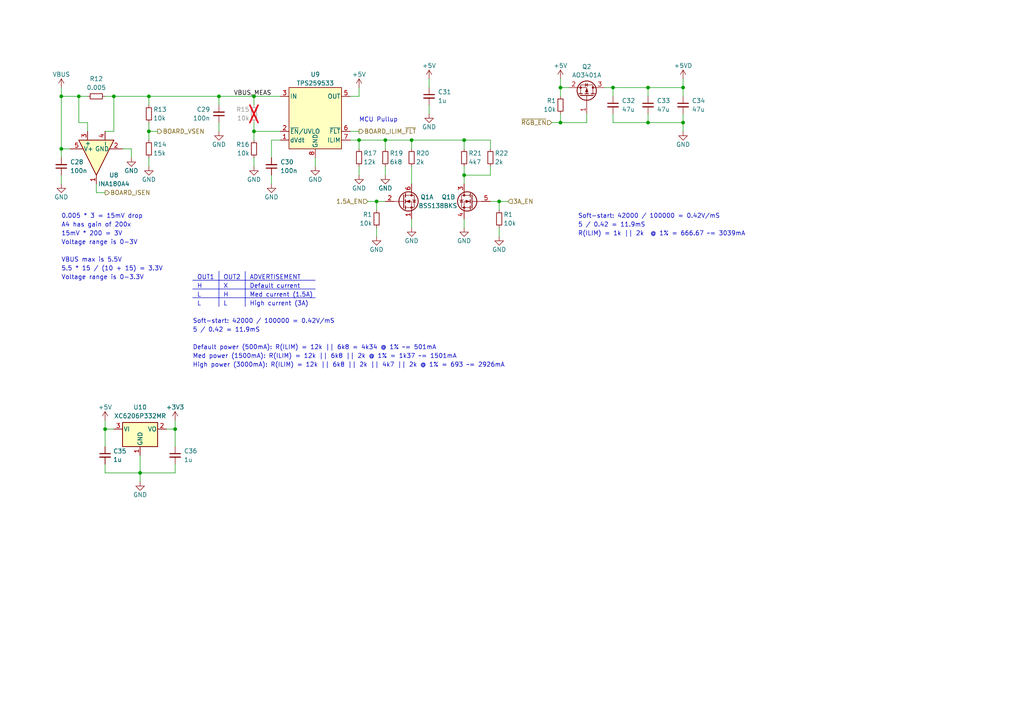
<source format=kicad_sch>
(kicad_sch (version 20230121) (generator eeschema)
  (paper "A4")
  (title_block (title "Cantaloupe split ergonomic keyboard") (date "2023-08-08") (rev "V3.0") (company "Created by Ariamelon (https://github.com/Ariamelon/Cantaloupe/)") (comment 1 "All capacitors 50V unless otherwise specified.") (comment 2 "Licensed under CC BY 4.0."))
  (lib_symbols
    (symbol "+5V_1" (power) (pin_names (offset 0))
      (property "Value" "+5V_1" (at 0 3.556 0))
      (symbol "+5V_1_0_1"
        (polyline (pts (xy -0.762 1.27) (xy 0 2.54)))
        (polyline (pts (xy 0 0) (xy 0 2.54)))
        (polyline (pts (xy 0 2.54) (xy 0.762 1.27)))
      )
      (symbol "+5V_1_1_1"
        (pin power_in line (at 0 0 90) (length 0) hide (name "+5V") (number "1"))
      )
    )
    (symbol "Amplifier_Current:INA180A4" (pin_names (offset 0.127))
      (property "Reference" "U" (at 3.81 3.81 0))
      (property "Value" "INA180A4" (at 3.81 -2.54 0))
      (symbol "INA180A4_0_1"
        (polyline (pts (xy 5.08 0) (xy -5.08 5.08) (xy -5.08 -5.08) (xy 5.08 0)) (stroke (width 0.254)) (fill (type background)))
      )
      (symbol "INA180A4_1_1"
        (pin output line (at 7.62 0 180) (length 2.54) (name "~") (number "1"))
        (pin power_in line (at -2.54 -7.62 90) (length 3.81) (name "GND") (number "2"))
        (pin input line (at -7.62 2.54 0) (length 2.54) (name "+") (number "3"))
        (pin input line (at -7.62 -2.54 0) (length 2.54) (name "-") (number "4"))
        (pin power_in line (at -2.54 7.62 270) (length 3.81) (name "V+") (number "5"))
      )
    )
    (symbol "Device:C_Small" (pin_numbers hide) (pin_names (offset 0.254) hide)
      (property "Reference" "C" (at 0.254 1.778 0))
      (property "Value" "C_Small" (at 0.254 -2.032 0))
      (symbol "C_Small_0_1"
        (polyline (pts (xy -1.524 -0.508) (xy 1.524 -0.508)) (stroke (width 0.3302)))
        (polyline (pts (xy -1.524 0.508) (xy 1.524 0.508)) (stroke (width 0.3048)))
      )
      (symbol "C_Small_1_1"
        (pin passive line (at 0 2.54 270) (length 2.032) (name "~") (number "1"))
        (pin passive line (at 0 -2.54 90) (length 2.032) (name "~") (number "2"))
      )
    )
    (symbol "Device:Q_Dual_NMOS_S1G1D2S2G2D1" (pin_names (offset 0) hide)
      (property "Reference" "Q" (at 6.35 1.27 0))
      (property "Value" "Q_Dual_NMOS_S1G1D2S2G2D1" (at 19.05 -1.27 0))
      (symbol "Q_Dual_NMOS_S1G1D2S2G2D1_0_1"
        (polyline (pts (xy 0.254 0) (xy -2.54 0)))
        (polyline (pts (xy 0.254 1.905) (xy 0.254 -1.905)) (stroke (width 0.254)))
        (polyline (pts (xy 0.762 -1.27) (xy 0.762 -2.286)) (stroke (width 0.254)))
        (polyline (pts (xy 0.762 0.508) (xy 0.762 -0.508)) (stroke (width 0.254)))
        (polyline (pts (xy 0.762 2.286) (xy 0.762 1.27)) (stroke (width 0.254)))
        (polyline (pts (xy 2.54 2.54) (xy 2.54 1.778)))
        (polyline (pts (xy 2.54 -2.54) (xy 2.54 0) (xy 0.762 0)))
        (polyline (pts (xy 0.762 -1.778) (xy 3.302 -1.778) (xy 3.302 1.778) (xy 0.762 1.778)))
        (polyline (pts (xy 1.016 0) (xy 2.032 0.381) (xy 2.032 -0.381) (xy 1.016 0)) (fill (type outline)))
        (polyline (pts (xy 2.794 0.508) (xy 2.921 0.381) (xy 3.683 0.381) (xy 3.81 0.254)))
        (polyline (pts (xy 3.302 0.381) (xy 2.921 -0.254) (xy 3.683 -0.254) (xy 3.302 0.381)))
        (circle (center 1.651 0) (radius 2.794) (stroke (width 0.254)))
        (circle (center 2.54 -1.778) (radius 0.254) (fill (type outline)))
        (circle (center 2.54 1.778) (radius 0.254) (fill (type outline)))
      )
      (symbol "Q_Dual_NMOS_S1G1D2S2G2D1_1_1"
        (pin passive line (at 2.54 -5.08 90) (length 2.54) (name "S") (number "1"))
        (pin input line (at -5.08 0 0) (length 2.54) (name "G") (number "2"))
        (pin passive line (at 2.54 5.08 270) (length 2.54) (name "D") (number "6"))
      )
      (symbol "Q_Dual_NMOS_S1G1D2S2G2D1_2_1"
        (pin passive line (at 2.54 5.08 270) (length 2.54) (name "D") (number "3"))
        (pin passive line (at 2.54 -5.08 90) (length 2.54) (name "S") (number "4"))
        (pin input line (at -5.08 0 0) (length 2.54) (name "G") (number "5"))
      )
    )
    (symbol "Device:R_Small" (pin_numbers hide) (pin_names (offset 0.254) hide)
      (property "Reference" "R" (at 0.762 0.508 0))
      (property "Value" "R_Small" (at 0.762 -1.016 0))
      (symbol "R_Small_0_1"
        (rectangle (start -0.762 1.778) (end 0.762 -1.778) (stroke (width 0.2032)))
      )
      (symbol "R_Small_1_1"
        (pin passive line (at 0 2.54 270) (length 0.762) (name "~") (number "1"))
        (pin passive line (at 0 -2.54 90) (length 0.762) (name "~") (number "2"))
      )
    )
    (symbol "Honeydew:TPS259533" (pin_names (offset 0.254))
      (property "Reference" "U12" (at 0 14.1224 0))
      (property "Value" "TPS259533" (at 0 11.43 0))
      (symbol "TPS259533_1_1"
        (rectangle (start -7.62 10.16) (end 7.62 -7.62) (stroke (width 0.2032)) (fill (type background)))
        (pin input line (at -10.16 -5.08 0) (length 2.54) (name "dVdt") (number "1"))
        (pin input line (at -10.16 -2.54 0) (length 2.54) (name "~{EN}/UVLO") (number "2"))
        (pin power_in line (at -10.16 7.62 0) (length 2.54) (name "IN") (number "3"))
        (pin passive line (at -10.16 7.62 0) (length 2.54) hide (name "IN") (number "4"))
        (pin power_out line (at 10.16 7.62 180) (length 2.54) (name "OUT") (number "5"))
        (pin open_collector line (at 10.16 -2.54 180) (length 2.54) (name "~{FLT}") (number "6"))
        (pin input line (at 10.16 -5.08 180) (length 2.54) (name "ILIM") (number "7"))
        (pin power_in line (at 0 -10.16 90) (length 2.54) (name "GND") (number "8"))
        (pin power_in line (at 0 -10.16 90) (length 2.54) hide (name "GND") (number "9"))
      )
    )
    (symbol "Regulator_Linear:XC6206PxxxMR" (pin_names (offset 0.254))
      (property "Reference" "U" (at -3.81 3.175 0))
      (property "Value" "XC6206PxxxMR" (at 0 3.175 0))
      (symbol "XC6206PxxxMR_0_1"
        (rectangle (start -5.08 1.905) (end 5.08 -5.08) (stroke (width 0.254)) (fill (type background)))
      )
      (symbol "XC6206PxxxMR_1_1"
        (pin power_in line (at 0 -7.62 90) (length 2.54) (name "GND") (number "1"))
        (pin power_out line (at 7.62 0 180) (length 2.54) (name "VO") (number "2"))
        (pin power_in line (at -7.62 0 0) (length 2.54) (name "VI") (number "3"))
      )
    )
    (symbol "Transistor_FET:AO3401A" (pin_names hide)
      (property "Reference" "Q" (at 5.08 1.905 0))
      (property "Value" "AO3401A" (at 5.08 0 0))
      (symbol "AO3401A_0_1"
        (polyline (pts (xy 0.254 0) (xy -2.54 0)))
        (polyline (pts (xy 0.254 1.905) (xy 0.254 -1.905)) (stroke (width 0.254)))
        (polyline (pts (xy 0.762 -1.27) (xy 0.762 -2.286)) (stroke (width 0.254)))
        (polyline (pts (xy 0.762 0.508) (xy 0.762 -0.508)) (stroke (width 0.254)))
        (polyline (pts (xy 0.762 2.286) (xy 0.762 1.27)) (stroke (width 0.254)))
        (polyline (pts (xy 2.54 2.54) (xy 2.54 1.778)))
        (polyline (pts (xy 2.54 -2.54) (xy 2.54 0) (xy 0.762 0)))
        (polyline (pts (xy 0.762 1.778) (xy 3.302 1.778) (xy 3.302 -1.778) (xy 0.762 -1.778)))
        (polyline (pts (xy 2.286 0) (xy 1.27 0.381) (xy 1.27 -0.381) (xy 2.286 0)) (fill (type outline)))
        (polyline (pts (xy 2.794 -0.508) (xy 2.921 -0.381) (xy 3.683 -0.381) (xy 3.81 -0.254)))
        (polyline (pts (xy 3.302 -0.381) (xy 2.921 0.254) (xy 3.683 0.254) (xy 3.302 -0.381)))
        (circle (center 1.651 0) (radius 2.794) (stroke (width 0.254)))
        (circle (center 2.54 -1.778) (radius 0.254) (fill (type outline)))
        (circle (center 2.54 1.778) (radius 0.254) (fill (type outline)))
      )
      (symbol "AO3401A_1_1"
        (pin input line (at -5.08 0 0) (length 2.54) (name "G") (number "1"))
        (pin passive line (at 2.54 -5.08 90) (length 2.54) (name "S") (number "2"))
        (pin passive line (at 2.54 5.08 270) (length 2.54) (name "D") (number "3"))
      )
    )
    (symbol "power:+3V3" (power) (pin_names (offset 0))
      (property "Value" "+3V3" (at 0 3.556 0))
      (symbol "+3V3_0_1"
        (polyline (pts (xy -0.762 1.27) (xy 0 2.54)))
        (polyline (pts (xy 0 0) (xy 0 2.54)))
        (polyline (pts (xy 0 2.54) (xy 0.762 1.27)))
      )
      (symbol "+3V3_1_1"
        (pin power_in line (at 0 0 90) (length 0) hide (name "+3V3") (number "1"))
      )
    )
    (symbol "power:+5VD" (power) (pin_names (offset 0))
      (property "Value" "+5VD" (at 0 3.556 0))
      (symbol "+5VD_0_1"
        (polyline (pts (xy -0.762 1.27) (xy 0 2.54)))
        (polyline (pts (xy 0 0) (xy 0 2.54)))
        (polyline (pts (xy 0 2.54) (xy 0.762 1.27)))
      )
      (symbol "+5VD_1_1"
        (pin power_in line (at 0 0 90) (length 0) hide (name "+5VD") (number "1"))
      )
    )
    (symbol "power:GND" (power) (pin_names (offset 0))
      (property "Value" "GND" (at 0 -3.81 0))
      (symbol "GND_0_1"
        (polyline (pts (xy 0 0) (xy 0 -1.27) (xy 1.27 -1.27) (xy 0 -2.54) (xy -1.27 -1.27) (xy 0 -1.27)))
      )
      (symbol "GND_1_1"
        (pin power_in line (at 0 0 270) (length 0) hide (name "GND") (number "1"))
      )
    )
    (symbol "power:VBUS" (power) (pin_names (offset 0))
      (property "Value" "VBUS" (at 0 3.81 0))
      (symbol "VBUS_0_1"
        (polyline (pts (xy -0.762 1.27) (xy 0 2.54)))
        (polyline (pts (xy 0 0) (xy 0 2.54)))
        (polyline (pts (xy 0 2.54) (xy 0.762 1.27)))
      )
      (symbol "VBUS_1_1"
        (pin power_in line (at 0 0 90) (length 0) hide (name "VBUS") (number "1"))
      )
    )
  )
  (junction (at 40.64 137.16))
  (junction (at 111.76 40.64))
  (junction (at 162.56 35.56))
  (junction (at 33.02 27.94))
  (junction (at 144.78 58.42))
  (junction (at 109.22 58.42))
  (junction (at 198.12 25.4))
  (junction (at 17.78 27.94))
  (junction (at 134.62 50.8))
  (junction (at 104.14 40.64))
  (junction (at 30.48 124.46))
  (junction (at 43.18 27.94))
  (junction (at 22.86 27.94))
  (junction (at 187.96 25.4))
  (junction (at 134.62 40.64))
  (junction (at 162.56 25.4))
  (junction (at 119.38 40.64))
  (junction (at 73.66 38.1))
  (junction (at 43.18 38.1))
  (junction (at 17.78 43.18))
  (junction (at 73.66 27.94))
  (junction (at 50.8 124.46))
  (junction (at 198.12 35.56))
  (junction (at 177.8 25.4))
  (junction (at 63.5 27.94))
  (junction (at 187.96 35.56))
  (wire (pts (xy 109.22 58.42) (xy 109.22 60.96)))
  (wire (pts (xy 134.62 50.8) (xy 134.62 53.34)))
  (wire (pts (xy 73.66 35.56) (xy 73.66 38.1)))
  (wire (pts (xy 73.66 27.94) (xy 81.28 27.94)))
  (wire (pts (xy 142.24 40.64) (xy 142.24 43.18)))
  (wire (pts (xy 119.38 40.64) (xy 134.62 40.64)))
  (wire (pts (xy 119.38 63.5) (xy 119.38 66.04)))
  (wire (pts (xy 134.62 40.64) (xy 134.62 43.18)))
  (wire (pts (xy 198.12 35.56) (xy 187.96 35.56)))
  (wire (pts (xy 48.26 124.46) (xy 50.8 124.46)))
  (wire (pts (xy 101.6 40.64) (xy 104.14 40.64)))
  (wire (pts (xy 43.18 45.72) (xy 43.18 48.26)))
  (wire (pts (xy 104.14 25.4) (xy 104.14 27.94)))
  (wire (pts (xy 17.78 27.94) (xy 17.78 43.18)))
  (wire (pts (xy 33.02 27.94) (xy 43.18 27.94)))
  (polyline (pts (xy 55.88 81.28) (xy 91.44 81.28)))
  (wire (pts (xy 162.56 25.4) (xy 165.1 25.4)))
  (wire (pts (xy 73.66 45.72) (xy 73.66 48.26)))
  (wire (pts (xy 104.14 40.64) (xy 111.76 40.64)))
  (wire (pts (xy 30.48 134.62) (xy 30.48 137.16)))
  (wire (pts (xy 134.62 48.26) (xy 134.62 50.8)))
  (wire (pts (xy 177.8 25.4) (xy 177.8 27.94)))
  (wire (pts (xy 134.62 40.64) (xy 142.24 40.64)))
  (wire (pts (xy 63.5 35.56) (xy 63.5 38.1)))
  (wire (pts (xy 111.76 58.42) (xy 109.22 58.42)))
  (wire (pts (xy 109.22 58.42) (xy 106.68 58.42)))
  (wire (pts (xy 35.56 43.18) (xy 38.1 43.18)))
  (wire (pts (xy 40.64 137.16) (xy 40.64 132.08)))
  (wire (pts (xy 104.14 48.26) (xy 104.14 50.8)))
  (wire (pts (xy 177.8 35.56) (xy 187.96 35.56)))
  (wire (pts (xy 162.56 33.02) (xy 162.56 35.56)))
  (wire (pts (xy 187.96 25.4) (xy 187.96 27.94)))
  (wire (pts (xy 43.18 27.94) (xy 43.18 30.48)))
  (wire (pts (xy 17.78 25.4) (xy 17.78 27.94)))
  (wire (pts (xy 144.78 58.42) (xy 142.24 58.42)))
  (wire (pts (xy 177.8 33.02) (xy 177.8 35.56)))
  (wire (pts (xy 162.56 35.56) (xy 170.18 35.56)))
  (wire (pts (xy 50.8 124.46) (xy 50.8 129.54)))
  (wire (pts (xy 73.66 38.1) (xy 73.66 40.64)))
  (wire (pts (xy 104.14 27.94) (xy 101.6 27.94)))
  (wire (pts (xy 73.66 27.94) (xy 73.66 30.48)))
  (wire (pts (xy 177.8 25.4) (xy 187.96 25.4)))
  (wire (pts (xy 198.12 35.56) (xy 198.12 38.1)))
  (wire (pts (xy 30.48 124.46) (xy 33.02 124.46)))
  (polyline (pts (xy 63.5 78.74) (xy 63.5 78.74)))
  (wire (pts (xy 30.48 137.16) (xy 40.64 137.16)))
  (wire (pts (xy 134.62 63.5) (xy 134.62 66.04)))
  (wire (pts (xy 109.22 66.04) (xy 109.22 68.58)))
  (wire (pts (xy 104.14 40.64) (xy 104.14 43.18)))
  (wire (pts (xy 27.94 55.88) (xy 30.48 55.88)))
  (wire (pts (xy 33.02 38.1) (xy 30.48 38.1)))
  (wire (pts (xy 170.18 33.02) (xy 170.18 35.56)))
  (wire (pts (xy 134.62 50.8) (xy 142.24 50.8)))
  (wire (pts (xy 33.02 27.94) (xy 33.02 38.1)))
  (wire (pts (xy 43.18 27.94) (xy 63.5 27.94)))
  (wire (pts (xy 73.66 38.1) (xy 81.28 38.1)))
  (wire (pts (xy 40.64 137.16) (xy 50.8 137.16)))
  (wire (pts (xy 160.02 35.56) (xy 162.56 35.56)))
  (wire (pts (xy 22.86 27.94) (xy 25.4 27.94)))
  (wire (pts (xy 63.5 27.94) (xy 73.66 27.94)))
  (wire (pts (xy 111.76 43.18) (xy 111.76 40.64)))
  (wire (pts (xy 22.86 27.94) (xy 22.86 35.56)))
  (wire (pts (xy 111.76 48.26) (xy 111.76 50.8)))
  (wire (pts (xy 43.18 38.1) (xy 45.72 38.1)))
  (wire (pts (xy 144.78 58.42) (xy 144.78 60.96)))
  (wire (pts (xy 22.86 35.56) (xy 25.4 35.56)))
  (wire (pts (xy 78.74 40.64) (xy 81.28 40.64)))
  (wire (pts (xy 187.96 33.02) (xy 187.96 35.56)))
  (polyline (pts (xy 55.88 83.82) (xy 91.44 83.82)))
  (wire (pts (xy 43.18 35.56) (xy 43.18 38.1)))
  (wire (pts (xy 27.94 55.88) (xy 27.94 53.34)))
  (wire (pts (xy 43.18 38.1) (xy 43.18 40.64)))
  (polyline (pts (xy 55.88 86.36) (xy 91.44 86.36)))
  (wire (pts (xy 124.46 22.86) (xy 124.46 25.4)))
  (wire (pts (xy 63.5 27.94) (xy 63.5 30.48)))
  (wire (pts (xy 40.64 137.16) (xy 40.64 139.7)))
  (wire (pts (xy 17.78 43.18) (xy 17.78 45.72)))
  (wire (pts (xy 30.48 27.94) (xy 33.02 27.94)))
  (wire (pts (xy 119.38 40.64) (xy 119.38 43.18)))
  (wire (pts (xy 17.78 43.18) (xy 20.32 43.18)))
  (polyline (pts (xy 71.12 78.74) (xy 71.12 88.9)))
  (wire (pts (xy 38.1 43.18) (xy 38.1 45.72)))
  (wire (pts (xy 124.46 30.48) (xy 124.46 33.02)))
  (wire (pts (xy 78.74 50.8) (xy 78.74 53.34)))
  (wire (pts (xy 198.12 33.02) (xy 198.12 35.56)))
  (wire (pts (xy 101.6 38.1) (xy 104.14 38.1)))
  (wire (pts (xy 50.8 134.62) (xy 50.8 137.16)))
  (wire (pts (xy 175.26 25.4) (xy 177.8 25.4)))
  (wire (pts (xy 119.38 48.26) (xy 119.38 53.34)))
  (wire (pts (xy 162.56 22.86) (xy 162.56 25.4)))
  (wire (pts (xy 198.12 22.86) (xy 198.12 25.4)))
  (wire (pts (xy 198.12 25.4) (xy 198.12 27.94)))
  (wire (pts (xy 78.74 45.72) (xy 78.74 40.64)))
  (wire (pts (xy 17.78 27.94) (xy 22.86 27.94)))
  (wire (pts (xy 17.78 50.8) (xy 17.78 53.34)))
  (wire (pts (xy 50.8 121.92) (xy 50.8 124.46)))
  (wire (pts (xy 198.12 25.4) (xy 187.96 25.4)))
  (wire (pts (xy 147.32 58.42) (xy 144.78 58.42)))
  (wire (pts (xy 91.44 48.26) (xy 91.44 45.72)))
  (wire (pts (xy 25.4 35.56) (xy 25.4 38.1)))
  (wire (pts (xy 111.76 40.64) (xy 119.38 40.64)))
  (wire (pts (xy 30.48 121.92) (xy 30.48 124.46)))
  (wire (pts (xy 144.78 66.04) (xy 144.78 68.58)))
  (wire (pts (xy 30.48 124.46) (xy 30.48 129.54)))
  (polyline (pts (xy 63.5 78.74) (xy 63.5 88.9)))
  (wire (pts (xy 142.24 48.26) (xy 142.24 50.8)))
  (wire (pts (xy 162.56 25.4) (xy 162.56 27.94)))
  (text "R(ILIM) = 1k || 2k  @ 1% = 666.67 ~= 3039mA" (at 167.64 68.58 0) (effects (font (size 1.27 1.27)) (justify left bottom)))
  (text "VBUS max is 5.5V" (at 17.78 76.2 0) (effects (font (size 1.27 1.27)) (justify left bottom)))
  (text "Soft-start: 42000 / 100000 = 0.42V/mS" (at 167.64 63.5 0) (effects (font (size 1.27 1.27)) (justify left bottom)))
  (text "H" (at 64.77 86.36 0) (effects (font (size 1.27 1.27)) (justify left bottom)))
  (text "MCU Pullup" (at 104.14 35.56 0) (effects (font (size 1.27 1.27)) (justify left bottom)))
  (text "Default current" (at 72.39 83.82 0) (effects (font (size 1.27 1.27)) (justify left bottom)))
  (text "ADVERTISEMENT" (at 72.39 81.28 0) (effects (font (size 1.27 1.27)) (justify left bottom)))
  (text "Voltage range is 0-3.3V" (at 17.78 81.28 0) (effects (font (size 1.27 1.27)) (justify left bottom)))
  (text "Med current (1.5A)" (at 72.39 86.36 0) (effects (font (size 1.27 1.27)) (justify left bottom)))
  (text "5 / 0.42 = 11.9mS" (at 167.64 66.04 0) (effects (font (size 1.27 1.27)) (justify left bottom)))
  (text "Med power (1500mA): R(ILIM) = 12k || 6k8 || 2k @ 1% = 1k37 ~= 1501mA" (at 55.88 104.14 0) (effects (font (size 1.27 1.27)) (justify left bottom)))
  (text "L" (at 64.77 88.9 0) (effects (font (size 1.27 1.27)) (justify left bottom)))
  (text "A4 has gain of 200x" (at 17.78 66.04 0) (effects (font (size 1.27 1.27)) (justify left bottom)))
  (text "Voltage range is 0-3V" (at 17.78 71.12 0) (effects (font (size 1.27 1.27)) (justify left bottom)))
  (text "OUT2" (at 64.77 81.28 0) (effects (font (size 1.27 1.27)) (justify left bottom)))
  (text "Default power (500mA): R(ILIM) = 12k || 6k8 = 4k34 @ 1% ~= 501mA" (at 55.88 101.6 0) (effects (font (size 1.27 1.27)) (justify left bottom)))
  (text "H" (at 57.15 83.82 0) (effects (font (size 1.27 1.27)) (justify left bottom)))
  (text "L" (at 57.15 88.9 0) (effects (font (size 1.27 1.27)) (justify left bottom)))
  (text "0.005 * 3 = 15mV drop" (at 17.78 63.5 0) (effects (font (size 1.27 1.27)) (justify left bottom)))
  (text "X" (at 64.77 83.82 0) (effects (font (size 1.27 1.27)) (justify left bottom)))
  (text "OUT1" (at 57.15 81.28 0) (effects (font (size 1.27 1.27)) (justify left bottom)))
  (text "High power (3000mA): R(ILIM) = 12k || 6k8 || 2k || 4k7 || 2k @ 1% = 693 ~= 2926mA" (at 55.88 106.68 0) (effects (font (size 1.27 1.27)) (justify left bottom)))
  (text "5 / 0.42 = 11.9mS" (at 55.88 96.52 0) (effects (font (size 1.27 1.27)) (justify left bottom)))
  (text "15mV * 200 = 3V" (at 17.78 68.58 0) (effects (font (size 1.27 1.27)) (justify left bottom)))
  (text "L" (at 57.15 86.36 0) (effects (font (size 1.27 1.27)) (justify left bottom)))
  (text "High current (3A)" (at 72.39 88.9 0) (effects (font (size 1.27 1.27)) (justify left bottom)))
  (text "Soft-start: 42000 / 100000 = 0.42V/mS" (at 55.88 93.98 0) (effects (font (size 1.27 1.27)) (justify left bottom)))
  (text "5.5 * 15 / (10 + 15) = 3.3V" (at 17.78 78.74 0) (effects (font (size 1.27 1.27)) (justify left bottom)))
  (label "VBUS_MEAS" (at 78.74 27.94 180))
  (hierarchical_label "BOARD_ILIM_~{FLT}" (shape output) (at 104.14 38.1 0))
  (hierarchical_label "BOARD_VSEN" (shape output) (at 45.72 38.1 0))
  (hierarchical_label "BOARD_ISEN" (shape output) (at 30.48 55.88 0))
  (hierarchical_label "3A_EN" (shape input) (at 147.32 58.42 0))
  (hierarchical_label "1.5A_EN" (shape input) (at 106.68 58.42 180))
  (hierarchical_label "~{RGB_EN}" (shape input) (at 160.02 35.56 180))
  (symbol (lib_id "Device:Q_Dual_NMOS_S1G1D2S2G2D1") (at 137.16 58.42 0) (mirror y) (unit 2)
    (property "Reference" "Q1" (at 132.08 57.15 0) (effects (justify left)))
    (property "Value" "BSS138BKS" (at 127 59.69 0))
    (property "Footprint" "Cantaloupe:SOT-363_SC-70-6" (effects hide))
    (property "Description" "Dual NMOS" (effects hide))
    (property "LCSC" "C456075" (effects hide))
  )
  (symbol (lib_id "Device:C_Small") (at 30.48 132.08 0) (unit 1)
    (property "Reference" "C35" (at 32.8041 130.8742 0) (effects (justify left)))
    (property "Value" "1u" (at 32.8041 133.2984 0) (effects (justify left)))
    (property "Footprint" "Capacitor_SMD:C_0402_1005Metric" (effects hide))
    (property "Description" "0402 capacitor" (effects hide))
    (property "LCSC" "C52923" (effects hide))
    (property "Voltage" "25V" (effects hide))
  )
  (symbol (lib_id "power:GND") (at 78.74 53.34 0) (unit 1)
    (property "Reference" "#PWR03" (effects hide))
    (property "Value" "GND" (at 78.74 57.15 0))
    (instances (project "Cantaloupe" (path "" (reference "#PWR03") (unit 1)) (path "" (reference "#PWR073") (unit 1))))
  )
  (symbol (lib_id "power:GND") (at 111.76 50.8 0) (unit 1)
    (property "Reference" "#PWR03" (effects hide))
    (property "Value" "GND" (at 111.76 54.61 0))
    (instances (project "Cantaloupe" (path "" (reference "#PWR03") (unit 1)) (path "" (reference "#PWR048") (unit 1))))
  )
  (symbol (lib_id "power:GND") (at 134.62 66.04 0) (unit 1)
    (property "Reference" "#PWR03" (effects hide))
    (property "Value" "GND" (at 134.62 69.85 0))
    (instances (project "Cantaloupe" (path "" (reference "#PWR03") (unit 1)) (path "" (reference "#PWR032") (unit 1))))
  )
  (symbol (lib_id "Honeydew:TPS259533") (at 91.44 35.56 0) (unit 1)
    (property "Reference" "U9" (at 91.44 21.59 0))
    (property "Value" "TPS259533" (at 91.44 24.13 0))
    (property "Footprint" "Cantaloupe:WSON-8-1EP_2x2mm_P0.5mm_EP0.9x1.6mm" (effects hide))
    (property "Description" "E-fuse" (effects hide))
    (property "LCSC" "C2155777" (effects hide))
  )
  (symbol (lib_id "Device:C_Small") (at 177.8 30.48 0) (unit 1)
    (property "Reference" "C32" (at 180.34 29.21 0) (effects (justify left)))
    (property "Value" "47u" (at 180.34 31.75 0) (effects (justify left)))
    (property "Footprint" "Capacitor_SMD:C_1206_3216Metric" (effects hide))
    (property "Description" "1206 capacitor" (effects hide))
    (property "LCSC" "C96123" (effects hide))
    (property "Voltage" "10V" (effects hide))
  )
  (symbol (lib_id "power:+3V3") (at 50.8 121.92 0) (unit 1)
    (property "Reference" "#PWR0105" (effects hide))
    (property "Value" "+3V3" (at 50.8 118.11 0))
    (instances (project "Cantaloupe" (path "" (reference "#PWR0105") (unit 1)) (path "" (reference "#PWR028") (unit 1))))
  )
  (symbol (lib_id "Device:R_Small") (at 109.22 63.5 180) (unit 1)
    (property "Reference" "R1" (at 107.95 62.23 0) (effects (justify left)))
    (property "Value" "10k" (at 107.95 64.77 0) (effects (justify left)))
    (property "Footprint" "Resistor_SMD:R_0402_1005Metric" (effects hide))
    (property "Description" "0402 resistor" (effects hide))
    (property "LCSC" "C25744" (effects hide))
    (instances (project "Cantaloupe" (path "" (reference "R1") (unit 1)) (path "" (reference "R18") (unit 1))))
  )
  (symbol (lib_id "power:GND") (at 17.78 53.34 0) (mirror y) (unit 1)
    (property "Reference" "#PWR03" (effects hide))
    (property "Value" "GND" (at 17.78 57.15 0))
    (instances (project "Cantaloupe" (path "" (reference "#PWR03") (unit 1)) (path "" (reference "#PWR0106") (unit 1))))
  )
  (symbol (lib_id "power:GND") (at 124.46 33.02 0) (mirror y) (unit 1)
    (property "Reference" "#PWR03" (effects hide))
    (property "Value" "GND" (at 124.46 36.83 0))
    (instances (project "Cantaloupe" (path "" (reference "#PWR03") (unit 1)) (path "" (reference "#PWR0100") (unit 1))))
  )
  (symbol (lib_id "power:GND") (at 91.44 48.26 0) (unit 1)
    (property "Reference" "#PWR03" (effects hide))
    (property "Value" "GND" (at 91.44 52.07 0))
    (instances (project "Cantaloupe" (path "" (reference "#PWR03") (unit 1)) (path "" (reference "#PWR042") (unit 1))))
  )
  (symbol (lib_id "power:GND") (at 109.22 68.58 0) (mirror y) (unit 1)
    (property "Reference" "#PWR03" (effects hide))
    (property "Value" "GND" (at 109.22 72.39 0))
    (instances (project "Cantaloupe" (path "" (reference "#PWR03") (unit 1)) (path "" (reference "#PWR084") (unit 1))))
  )
  (symbol (lib_name "+5V_1") (lib_id "power:+5V") (at 162.56 22.86 0) (unit 1)
    (property "Reference" "#PWR0101" (effects hide))
    (property "Value" "+5V" (at 162.56 19.05 0))
  )
  (symbol (lib_id "power:VBUS") (at 17.78 25.4 0) (unit 1)
    (property "Reference" "#PWR033" (effects hide))
    (property "Value" "VBUS" (at 17.78 21.59 0))
  )
  (symbol (lib_id "Device:R_Small") (at 104.14 45.72 0) (mirror y) (unit 1)
    (property "Reference" "R17" (at 105.41 44.45 0) (effects (justify right)))
    (property "Value" "12k" (at 105.41 46.99 0) (effects (justify right)))
    (property "Footprint" "Resistor_SMD:R_0402_1005Metric" (effects hide))
    (property "Description" "0402 resistor" (effects hide))
    (property "LCSC" "C25752" (effects hide))
  )
  (symbol (lib_id "Regulator_Linear:XC6206PxxxMR") (at 40.64 124.46 0) (unit 1)
    (property "Reference" "U10" (at 40.64 118.11 0))
    (property "Value" "XC6206P332MR" (at 40.64 120.65 0))
    (property "Footprint" "Cantaloupe:SOT-23-3" (effects hide))
    (property "Datasheet" "https://www.torexsemi.com/file/xc6206/XC6206.pdf" (effects hide))
    (property "LCSC" "C5446" (effects hide))
  )
  (symbol (lib_id "Device:C_Small") (at 78.74 48.26 180) (unit 1)
    (property "Reference" "C30" (at 81.28 46.99 0) (effects (justify right)))
    (property "Value" "100n" (at 81.28 49.53 0) (effects (justify right)))
    (property "Footprint" "Capacitor_SMD:C_0402_1005Metric" (effects hide))
    (property "Description" "0402 capacitor" (effects hide))
    (property "LCSC" "C307331" (effects hide))
    (property "Voltage" "50V" (effects hide))
  )
  (symbol (lib_id "Device:R_Small") (at 43.18 43.18 0) (unit 1)
    (property "Reference" "R14" (at 44.45 41.91 0) (effects (justify left)))
    (property "Value" "15k" (at 44.45 44.45 0) (effects (justify left)))
    (property "Footprint" "Resistor_SMD:R_0402_1005Metric" (effects hide))
    (property "Description" "0402 resistor" (effects hide))
    (property "LCSC" "C25756" (effects hide))
  )
  (symbol (lib_id "Device:R_Small") (at 27.94 27.94 270) (unit 1)
    (property "Reference" "R12" (at 27.94 22.86 90))
    (property "Value" "0.005" (at 27.94 25.4 90))
    (property "Footprint" "Resistor_SMD:R_0805_2012Metric" (effects hide))
    (property "Description" "0805 resistor" (effects hide))
    (property "LCSC" "C2939747" (effects hide))
  )
  (symbol (lib_id "Amplifier_Current:INA180A4") (at 27.94 45.72 90) (mirror x) (unit 1)
    (property "Reference" "U8" (at 33.02 50.8 90))
    (property "Value" "INA180A4" (at 33.02 53.34 90))
    (property "Footprint" "Package_TO_SOT_SMD:SOT-23-5" (effects hide))
    (property "Datasheet" "http://www.ti.com/lit/ds/symlink/ina180.pdf" (effects hide))
    (property "LCSC" "C188337" (effects hide))
  )
  (symbol (lib_id "Device:R_Small") (at 73.66 43.18 0) (unit 1)
    (property "Reference" "R16" (at 72.39 41.91 0) (effects (justify right)))
    (property "Value" "10k" (at 72.39 44.45 0) (effects (justify right)))
    (property "Footprint" "Resistor_SMD:R_0402_1005Metric" (effects hide))
    (property "Description" "0402 resistor" (effects hide))
    (property "LCSC" "C25744" (effects hide))
  )
  (symbol (lib_id "Device:R_Small") (at 119.38 45.72 0) (mirror y) (unit 1)
    (property "Reference" "R20" (at 120.65 44.45 0) (effects (justify right)))
    (property "Value" "2k" (at 120.65 46.99 0) (effects (justify right)))
    (property "Footprint" "Resistor_SMD:R_0402_1005Metric" (effects hide))
    (property "Description" "0402 resistor" (effects hide))
    (property "LCSC" "C4109" (effects hide))
  )
  (symbol (lib_id "Transistor_FET:AO3401A") (at 170.18 27.94 270) (mirror x) (unit 1)
    (property "Reference" "Q2" (at 170.18 19.3507 90))
    (property "Value" "AO3401A" (at 170.18 21.7749 90))
    (property "Footprint" "Cantaloupe:SOT-23-3" (effects hide))
    (property "Datasheet" "http://www.aosmd.com/pdfs/datasheet/AO3401A.pdf" (effects hide))
    (property "Description" "PMOS" (effects hide))
    (property "LCSC" "C15127" (effects hide))
  )
  (symbol (lib_name "+5V_1") (lib_id "power:+5V") (at 30.48 121.92 0) (unit 1)
    (property "Reference" "#PWR09" (effects hide))
    (property "Value" "+5V" (at 30.48 118.11 0))
  )
  (symbol (lib_id "Device:C_Small") (at 17.78 48.26 180) (unit 1)
    (property "Reference" "C28" (at 20.32 46.99 0) (effects (justify right)))
    (property "Value" "100n" (at 20.32 49.53 0) (effects (justify right)))
    (property "Footprint" "Capacitor_SMD:C_0402_1005Metric" (effects hide))
    (property "Description" "0402 capacitor" (effects hide))
    (property "LCSC" "C307331" (effects hide))
    (property "Voltage" "50V" (effects hide))
  )
  (symbol (lib_id "power:GND") (at 73.66 48.26 0) (unit 1)
    (property "Reference" "#PWR03" (effects hide))
    (property "Value" "GND" (at 73.66 52.07 0))
    (instances (project "Cantaloupe" (path "" (reference "#PWR03") (unit 1)) (path "" (reference "#PWR040") (unit 1))))
  )
  (symbol (lib_id "power:GND") (at 104.14 50.8 0) (unit 1)
    (property "Reference" "#PWR03" (effects hide))
    (property "Value" "GND" (at 104.14 54.61 0))
    (instances (project "Cantaloupe" (path "" (reference "#PWR03") (unit 1)) (path "" (reference "#PWR0111") (unit 1))))
  )
  (symbol (lib_id "power:GND") (at 38.1 45.72 0) (mirror y) (unit 1)
    (property "Reference" "#PWR03" (effects hide))
    (property "Value" "GND" (at 38.1 49.53 0))
    (instances (project "Cantaloupe" (path "" (reference "#PWR03") (unit 1)) (path "" (reference "#PWR099") (unit 1))))
  )
  (symbol (lib_id "Device:C_Small") (at 124.46 27.94 0) (mirror y) (unit 1)
    (property "Reference" "C31" (at 127 26.6762 0) (effects (justify right)))
    (property "Value" "1u" (at 127 29.2162 0) (effects (justify right)))
    (property "Footprint" "Capacitor_SMD:C_0402_1005Metric" (effects hide))
    (property "Description" "0402 capacitor" (effects hide))
    (property "LCSC" "C52923" (effects hide))
    (property "Voltage" "25V" (effects hide))
  )
  (symbol (lib_id "power:GND") (at 198.12 38.1 0) (mirror y) (unit 1)
    (property "Reference" "#PWR03" (effects hide))
    (property "Value" "GND" (at 198.12 41.91 0))
    (instances (project "Cantaloupe" (path "" (reference "#PWR03") (unit 1)) (path "" (reference "#PWR0112") (unit 1))))
  )
  (symbol (lib_id "Device:R_Small") (at 111.76 45.72 0) (mirror y) (unit 1)
    (property "Reference" "R19" (at 113.03 44.45 0) (effects (justify right)))
    (property "Value" "6k8" (at 113.03 46.99 0) (effects (justify right)))
    (property "Footprint" "Resistor_SMD:R_0402_1005Metric" (effects hide))
    (property "Description" "0402 resistor" (effects hide))
    (property "LCSC" "C25917" (effects hide))
  )
  (symbol (lib_id "Device:R_Small") (at 162.56 30.48 180) (unit 1)
    (property "Reference" "R1" (at 161.29 29.21 0) (effects (justify left)))
    (property "Value" "10k" (at 161.29 31.75 0) (effects (justify left)))
    (property "Footprint" "Resistor_SMD:R_0402_1005Metric" (effects hide))
    (property "Description" "0402 resistor" (effects hide))
    (property "LCSC" "C25744" (effects hide))
    (instances (project "Cantaloupe" (path "" (reference "R1") (unit 1)) (path "" (reference "R24") (unit 1))))
  )
  (symbol (lib_name "+5V_1") (lib_id "power:+5V") (at 104.14 25.4 0) (unit 1)
    (property "Reference" "#PWR058" (effects hide))
    (property "Value" "+5V" (at 104.14 21.59 0))
  )
  (symbol (lib_id "Device:C_Small") (at 63.5 33.02 0) (mirror x) (unit 1)
    (property "Reference" "C29" (at 60.96 31.75 0) (effects (justify right)))
    (property "Value" "100n" (at 60.96 34.29 0) (effects (justify right)))
    (property "Footprint" "Capacitor_SMD:C_0402_1005Metric" (effects hide))
    (property "Description" "0402 capacitor" (effects hide))
    (property "LCSC" "C307331" (effects hide))
    (property "Voltage" "50V" (effects hide))
  )
  (symbol (lib_id "power:GND") (at 144.78 68.58 0) (unit 1)
    (property "Reference" "#PWR03" (effects hide))
    (property "Value" "GND" (at 144.78 72.39 0))
    (instances (project "Cantaloupe" (path "" (reference "#PWR03") (unit 1)) (path "" (reference "#PWR083") (unit 1))))
  )
  (symbol (lib_name "+5V_1") (lib_id "power:+5V") (at 124.46 22.86 0) (unit 1)
    (property "Reference" "#PWR077" (effects hide))
    (property "Value" "+5V" (at 124.46 19.05 0))
  )
  (symbol (lib_id "power:GND") (at 40.64 139.7 0) (unit 1)
    (property "Reference" "#PWR03" (effects hide))
    (property "Value" "GND" (at 40.64 143.51 0))
    (instances (project "Cantaloupe" (path "" (reference "#PWR03") (unit 1)) (path "" (reference "#PWR034") (unit 1))))
  )
  (symbol (lib_id "Device:R_Small") (at 73.66 33.02 0) (mirror x) (unit 1) (dnp yes)
    (property "Reference" "R15" (at 72.39 31.75 0) (effects (justify right)))
    (property "Value" "10k" (at 72.39 34.29 0) (effects (justify right)))
    (property "Footprint" "Resistor_SMD:R_0402_1005Metric" (effects hide))
    (property "Description" "0402 resistor" (effects hide))
    (property "LCSC" "C25744" (effects hide))
  )
  (symbol (lib_id "Device:C_Small") (at 187.96 30.48 0) (unit 1)
    (property "Reference" "C33" (at 190.5 29.21 0) (effects (justify left)))
    (property "Value" "47u" (at 190.5 31.75 0) (effects (justify left)))
    (property "Footprint" "Capacitor_SMD:C_1206_3216Metric" (effects hide))
    (property "Description" "1206 capacitor" (effects hide))
    (property "LCSC" "C96123" (effects hide))
    (property "Voltage" "10V" (effects hide))
  )
  (symbol (lib_id "Device:R_Small") (at 142.24 45.72 0) (mirror y) (unit 1)
    (property "Reference" "R22" (at 143.51 44.45 0) (effects (justify right)))
    (property "Value" "2k" (at 143.51 46.99 0) (effects (justify right)))
    (property "Footprint" "Resistor_SMD:R_0402_1005Metric" (effects hide))
    (property "Description" "0402 resistor" (effects hide))
    (property "LCSC" "C4109" (effects hide))
  )
  (symbol (lib_id "Device:R_Small") (at 43.18 33.02 0) (mirror y) (unit 1)
    (property "Reference" "R13" (at 44.45 31.75 0) (effects (justify right)))
    (property "Value" "10k" (at 44.45 34.29 0) (effects (justify right)))
    (property "Footprint" "Resistor_SMD:R_0402_1005Metric" (effects hide))
    (property "Description" "0402 resistor" (effects hide))
    (property "LCSC" "C25744" (effects hide))
  )
  (symbol (lib_id "Device:Q_Dual_NMOS_S1G1D2S2G2D1") (at 116.84 58.42 0) (unit 1)
    (property "Reference" "Q1" (at 121.92 57.15 0) (effects (justify left)))
    (property "Value" "BSS138BKS" (effects hide))
    (property "Footprint" "Cantaloupe:SOT-363_SC-70-6" (effects hide))
    (property "Description" "Dual NMOS" (effects hide))
    (property "LCSC" "C456075" (effects hide))
  )
  (symbol (lib_id "Device:C_Small") (at 198.12 30.48 0) (unit 1)
    (property "Reference" "C34" (at 200.66 29.21 0) (effects (justify left)))
    (property "Value" "47u" (at 200.66 31.75 0) (effects (justify left)))
    (property "Footprint" "Capacitor_SMD:C_1206_3216Metric" (effects hide))
    (property "Description" "1206 capacitor" (effects hide))
    (property "LCSC" "C96123" (effects hide))
    (property "Voltage" "10V" (effects hide))
  )
  (symbol (lib_id "power:GND") (at 43.18 48.26 0) (mirror y) (unit 1)
    (property "Reference" "#PWR03" (effects hide))
    (property "Value" "GND" (at 43.18 52.07 0))
    (instances (project "Cantaloupe" (path "" (reference "#PWR03") (unit 1)) (path "" (reference "#PWR0104") (unit 1))))
  )
  (symbol (lib_id "power:GND") (at 119.38 66.04 0) (unit 1)
    (property "Reference" "#PWR03" (effects hide))
    (property "Value" "GND" (at 119.38 69.85 0))
    (instances (project "Cantaloupe" (path "" (reference "#PWR03") (unit 1)) (path "" (reference "#PWR031") (unit 1))))
  )
  (symbol (lib_id "Device:R_Small") (at 144.78 63.5 0) (mirror x) (unit 1)
    (property "Reference" "R1" (at 146.05 62.23 0) (effects (justify left)))
    (property "Value" "10k" (at 146.05 64.77 0) (effects (justify left)))
    (property "Footprint" "Resistor_SMD:R_0402_1005Metric" (effects hide))
    (property "Description" "0402 resistor" (effects hide))
    (property "LCSC" "C25744" (effects hide))
    (instances (project "Cantaloupe" (path "" (reference "R1") (unit 1)) (path "" (reference "R23") (unit 1))))
  )
  (symbol (lib_id "power:GND") (at 63.5 38.1 0) (unit 1)
    (property "Reference" "#PWR03" (effects hide))
    (property "Value" "GND" (at 63.5 41.91 0))
    (instances (project "Cantaloupe" (path "" (reference "#PWR03") (unit 1)) (path "" (reference "#PWR079") (unit 1))))
  )
  (symbol (lib_id "Device:C_Small") (at 50.8 132.08 0) (mirror y) (unit 1)
    (property "Reference" "C36" (at 53.34 130.8162 0) (effects (justify right)))
    (property "Value" "1u" (at 53.34 133.3562 0) (effects (justify right)))
    (property "Footprint" "Capacitor_SMD:C_0402_1005Metric" (effects hide))
    (property "Description" "0402 capacitor" (effects hide))
    (property "LCSC" "C52923" (effects hide))
    (property "Voltage" "25V" (effects hide))
  )
  (symbol (lib_id "power:+5VD") (at 198.12 22.86 0) (unit 1)
    (property "Reference" "#PWR0110" (effects hide))
    (property "Value" "+5VD" (at 198.12 19.05 0))
  )
  (symbol (lib_id "Device:R_Small") (at 134.62 45.72 0) (mirror y) (unit 1)
    (property "Reference" "R21" (at 135.89 44.45 0) (effects (justify right)))
    (property "Value" "4k7" (at 135.89 46.99 0) (effects (justify right)))
    (property "Footprint" "Resistor_SMD:R_0402_1005Metric" (effects hide))
    (property "Description" "0402 resistor" (effects hide))
    (property "LCSC" "C25900" (effects hide))
  )
)
</source>
